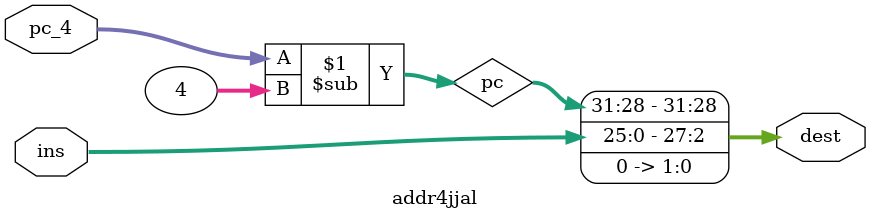
<source format=v>
`timescale 1ns / 1ps
module addr4jjal(input [31:0] pc_4, ins,
						output [31:0] dest
    );
	wire [31:0] pc;
	assign pc = pc_4 - 4;
	assign dest = {pc[31:28], ins[25:0], 2'b0};

endmodule

</source>
